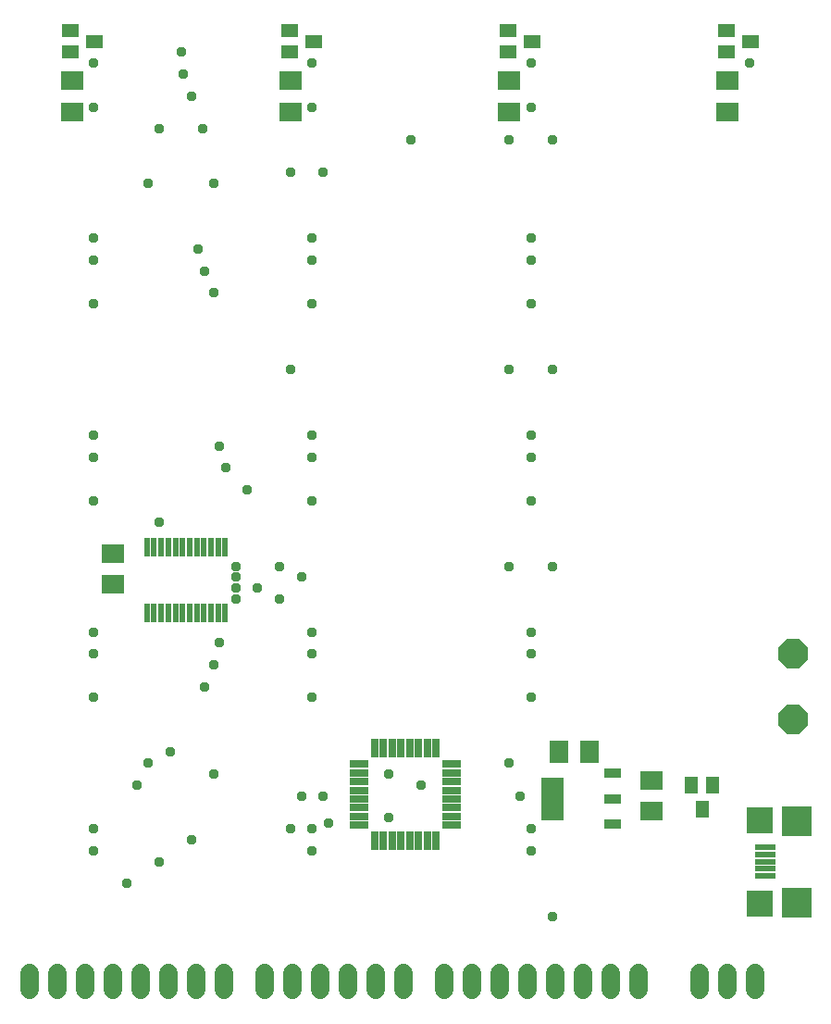
<source format=gbs>
G75*
%MOIN*%
%OFA0B0*%
%FSLAX25Y25*%
%IPPOS*%
%LPD*%
%AMOC8*
5,1,8,0,0,1.08239X$1,22.5*
%
%ADD10OC8,0.10800*%
%ADD11R,0.04737X0.06312*%
%ADD12R,0.06312X0.04737*%
%ADD13R,0.07898X0.07099*%
%ADD14C,0.06800*%
%ADD15R,0.02178X0.06706*%
%ADD16R,0.01981X0.06706*%
%ADD17R,0.08400X0.15800*%
%ADD18R,0.06400X0.03600*%
%ADD19R,0.07690X0.02375*%
%ADD20R,0.10800X0.10800*%
%ADD21R,0.09800X0.09800*%
%ADD22R,0.06600X0.02800*%
%ADD23R,0.02800X0.06600*%
%ADD24R,0.07099X0.07887*%
%ADD25R,0.07887X0.07099*%
%ADD26C,0.03778*%
D10*
X0328302Y0120623D03*
X0328302Y0144245D03*
D11*
X0299208Y0097001D03*
X0291728Y0097001D03*
X0295468Y0088340D03*
D12*
X0304287Y0360977D03*
X0304287Y0368458D03*
X0312948Y0364717D03*
X0234208Y0364717D03*
X0225547Y0360977D03*
X0225547Y0368458D03*
X0155468Y0364717D03*
X0146806Y0360977D03*
X0146806Y0368458D03*
X0076728Y0364717D03*
X0068066Y0360977D03*
X0068066Y0368458D03*
D13*
X0068460Y0350631D03*
X0068460Y0339434D03*
X0147200Y0339434D03*
X0147200Y0350631D03*
X0225940Y0350631D03*
X0225940Y0339434D03*
X0304680Y0339434D03*
X0304680Y0350631D03*
X0083421Y0180395D03*
X0083421Y0169198D03*
D14*
X0053145Y0029135D02*
X0053145Y0023135D01*
X0063145Y0023135D02*
X0063145Y0029135D01*
X0073145Y0029135D02*
X0073145Y0023135D01*
X0083145Y0023135D02*
X0083145Y0029135D01*
X0093145Y0029135D02*
X0093145Y0023135D01*
X0103145Y0023135D02*
X0103145Y0029135D01*
X0113145Y0029135D02*
X0113145Y0023135D01*
X0123145Y0023135D02*
X0123145Y0029135D01*
X0137948Y0029135D02*
X0137948Y0023135D01*
X0147948Y0023135D02*
X0147948Y0029135D01*
X0157948Y0029135D02*
X0157948Y0023135D01*
X0167948Y0023135D02*
X0167948Y0029135D01*
X0177948Y0029135D02*
X0177948Y0023135D01*
X0187948Y0023135D02*
X0187948Y0029135D01*
X0202751Y0029135D02*
X0202751Y0023135D01*
X0212751Y0023135D02*
X0212751Y0029135D01*
X0222751Y0029135D02*
X0222751Y0023135D01*
X0232751Y0023135D02*
X0232751Y0029135D01*
X0242751Y0029135D02*
X0242751Y0023135D01*
X0252751Y0023135D02*
X0252751Y0029135D01*
X0262751Y0029135D02*
X0262751Y0023135D01*
X0272751Y0023135D02*
X0272751Y0029135D01*
X0294680Y0029135D02*
X0294680Y0023135D01*
X0304680Y0023135D02*
X0304680Y0029135D01*
X0314680Y0029135D02*
X0314680Y0023135D01*
D15*
X0123696Y0158930D03*
X0121137Y0158930D03*
X0118578Y0158930D03*
X0116019Y0158930D03*
X0113460Y0158930D03*
X0110901Y0158930D03*
X0108342Y0158930D03*
X0105783Y0158930D03*
X0103224Y0158930D03*
X0100665Y0158930D03*
X0098106Y0158930D03*
X0095547Y0158930D03*
X0095547Y0182552D03*
X0098106Y0182552D03*
X0100665Y0182552D03*
X0103224Y0182552D03*
X0105783Y0182552D03*
X0108342Y0182552D03*
X0110901Y0182552D03*
X0113460Y0182552D03*
X0116019Y0182552D03*
X0118578Y0182552D03*
X0121137Y0182552D03*
D16*
X0123696Y0182552D03*
D17*
X0241610Y0092080D03*
D18*
X0263263Y0092080D03*
X0263263Y0101135D03*
X0263263Y0083025D03*
D19*
X0318361Y0074560D03*
X0318361Y0072001D03*
X0318361Y0069442D03*
X0318361Y0066883D03*
X0318361Y0064324D03*
D20*
X0329484Y0054777D03*
X0329484Y0084107D03*
D21*
X0316176Y0084442D03*
X0316176Y0054442D03*
D22*
X0205317Y0082497D03*
X0205317Y0085597D03*
X0205317Y0088797D03*
X0205317Y0091897D03*
X0205317Y0095097D03*
X0205317Y0098197D03*
X0205317Y0101397D03*
X0205317Y0104497D03*
X0171917Y0104497D03*
X0171917Y0101397D03*
X0171917Y0098197D03*
X0171917Y0095097D03*
X0171917Y0091897D03*
X0171917Y0088797D03*
X0171917Y0085597D03*
X0171917Y0082497D03*
D23*
X0177617Y0076797D03*
X0180717Y0076797D03*
X0183917Y0076797D03*
X0187017Y0076797D03*
X0190217Y0076797D03*
X0193317Y0076797D03*
X0196517Y0076797D03*
X0199617Y0076797D03*
X0199617Y0110197D03*
X0196517Y0110197D03*
X0193317Y0110197D03*
X0190217Y0110197D03*
X0187017Y0110197D03*
X0183917Y0110197D03*
X0180717Y0110197D03*
X0177617Y0110197D03*
D24*
X0244050Y0108812D03*
X0255074Y0108812D03*
D25*
X0277121Y0098576D03*
X0277121Y0087552D03*
D26*
X0241688Y0049757D03*
X0233814Y0073379D03*
X0233814Y0081253D03*
X0229877Y0093064D03*
X0225940Y0104875D03*
X0233814Y0128497D03*
X0233814Y0144245D03*
X0233814Y0152119D03*
X0225940Y0175741D03*
X0241688Y0175741D03*
X0233814Y0199363D03*
X0233814Y0215111D03*
X0233814Y0222985D03*
X0225940Y0246607D03*
X0241688Y0246607D03*
X0233814Y0270229D03*
X0233814Y0285977D03*
X0233814Y0293851D03*
X0225940Y0329284D03*
X0233814Y0341095D03*
X0241688Y0329284D03*
X0233814Y0356843D03*
X0190507Y0329284D03*
X0159011Y0317473D03*
X0147200Y0317473D03*
X0155074Y0341095D03*
X0155074Y0356843D03*
X0119641Y0313536D03*
X0115704Y0333221D03*
X0111767Y0345032D03*
X0108672Y0352906D03*
X0107830Y0360803D03*
X0099956Y0333221D03*
X0096019Y0313536D03*
X0076334Y0293851D03*
X0076334Y0285977D03*
X0076334Y0270229D03*
X0116349Y0282040D03*
X0113790Y0289936D03*
X0119641Y0274166D03*
X0147200Y0246607D03*
X0155074Y0222985D03*
X0155074Y0215111D03*
X0155074Y0199363D03*
X0143263Y0175741D03*
X0151137Y0171804D03*
X0143189Y0163856D03*
X0135389Y0167867D03*
X0127515Y0167867D03*
X0127515Y0163930D03*
X0127515Y0171804D03*
X0127515Y0175741D03*
X0121467Y0148204D03*
X0119641Y0140308D03*
X0116349Y0132434D03*
X0103893Y0108812D03*
X0096019Y0104875D03*
X0092082Y0097001D03*
X0076334Y0081253D03*
X0076334Y0073379D03*
X0088145Y0061568D03*
X0099956Y0069442D03*
X0111767Y0077338D03*
X0119641Y0100938D03*
X0147200Y0081253D03*
X0155074Y0081253D03*
X0160980Y0083221D03*
X0155074Y0073379D03*
X0151137Y0093064D03*
X0159011Y0093064D03*
X0182633Y0100938D03*
X0182633Y0085190D03*
X0194444Y0097001D03*
X0155074Y0128497D03*
X0155074Y0144245D03*
X0155074Y0152119D03*
X0131452Y0203300D03*
X0124026Y0211174D03*
X0121467Y0219070D03*
X0099956Y0191489D03*
X0076334Y0199363D03*
X0076334Y0215111D03*
X0076334Y0222985D03*
X0076334Y0152119D03*
X0076334Y0144245D03*
X0076334Y0128497D03*
X0155074Y0270229D03*
X0155074Y0285977D03*
X0155074Y0293851D03*
X0076334Y0341095D03*
X0076334Y0356843D03*
X0312554Y0356843D03*
M02*

</source>
